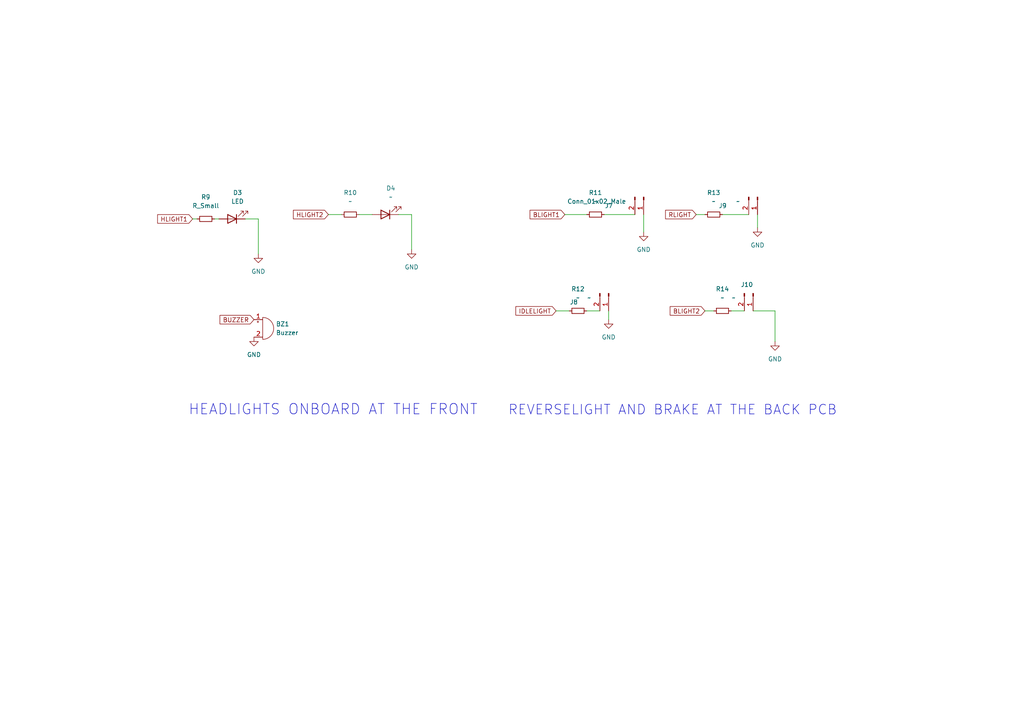
<source format=kicad_sch>
(kicad_sch (version 20211123) (generator eeschema)
  (paper "A4")
  (lib_symbols
    (symbol "Connector:Conn_01x02_Male" (pin_names (offset 1.016) hide)
      (property "Reference" "J" (at 0 2.54 0))
      (property "Value" "Conn_01x02_Male" (at 0 -5.08 0))
      (symbol "Conn_01x02_Male_1_1"
        (polyline (pts (xy 1.27 -2.54) (xy 0.8636 -2.54)) (stroke (width 0.1524)))
        (polyline (pts (xy 1.27 0) (xy 0.8636 0)) (stroke (width 0.1524)))
        (rectangle (start 0.8636 -2.413) (end 0 -2.667) (stroke (width 0.1524)) (fill (type outline)))
        (rectangle (start 0.8636 0.127) (end 0 -0.127) (stroke (width 0.1524)) (fill (type outline)))
        (pin passive line (at 5.08 0 180) (length 3.81) (name "Pin_1") (number "1"))
        (pin passive line (at 5.08 -2.54 180) (length 3.81) (name "Pin_2") (number "2"))
      )
    )
    (symbol "Device:Buzzer" (pin_names (offset 0.0254) hide)
      (property "Reference" "BZ" (at 3.81 1.27 0))
      (property "Value" "Buzzer" (at 3.81 -1.27 0))
      (symbol "Buzzer_0_1"
        (arc (start 0 -3.175) (mid 3.175 0) (end 0 3.175))
        (polyline (pts (xy -1.651 1.905) (xy -1.143 1.905)))
        (polyline (pts (xy -1.397 2.159) (xy -1.397 1.651)))
        (polyline (pts (xy 0 3.175) (xy 0 -3.175)))
      )
      (symbol "Buzzer_1_1"
        (pin passive line (at -2.54 2.54 0) (length 2.54) (name "-") (number "1"))
        (pin passive line (at -2.54 -2.54 0) (length 2.54) (name "+") (number "2"))
      )
    )
    (symbol "Device:LED" (pin_numbers hide) (pin_names (offset 1.016) hide)
      (property "Reference" "D" (at 0 2.54 0))
      (property "Value" "LED" (at 0 -2.54 0))
      (symbol "LED_0_1"
        (polyline (pts (xy -1.27 -1.27) (xy -1.27 1.27)) (stroke (width 0.254)))
        (polyline (pts (xy -1.27 0) (xy 1.27 0)))
        (polyline (pts (xy 1.27 -1.27) (xy 1.27 1.27) (xy -1.27 0) (xy 1.27 -1.27)) (stroke (width 0.254)))
        (polyline (pts (xy -3.048 -0.762) (xy -4.572 -2.286) (xy -3.81 -2.286) (xy -4.572 -2.286) (xy -4.572 -1.524)))
        (polyline (pts (xy -1.778 -0.762) (xy -3.302 -2.286) (xy -2.54 -2.286) (xy -3.302 -2.286) (xy -3.302 -1.524)))
      )
      (symbol "LED_1_1"
        (pin passive line (at -3.81 0 0) (length 2.54) (name "K") (number "1"))
        (pin passive line (at 3.81 0 180) (length 2.54) (name "A") (number "2"))
      )
    )
    (symbol "Device:R_Small" (pin_numbers hide) (pin_names (offset 0.254) hide)
      (property "Reference" "R" (at 0.762 0.508 0))
      (property "Value" "R_Small" (at 0.762 -1.016 0))
      (symbol "R_Small_0_1"
        (rectangle (start -0.762 1.778) (end 0.762 -1.778) (stroke (width 0.2032)))
      )
      (symbol "R_Small_1_1"
        (pin passive line (at 0 2.54 270) (length 0.762) (name "~") (number "1"))
        (pin passive line (at 0 -2.54 90) (length 0.762) (name "~") (number "2"))
      )
    )
    (symbol "power:GND" (power) (pin_names (offset 0))
      (property "Value" "GND" (at 0 -3.81 0))
      (symbol "GND_0_1"
        (polyline (pts (xy 0 0) (xy 0 -1.27) (xy 1.27 -1.27) (xy 0 -2.54) (xy -1.27 -1.27) (xy 0 -1.27)))
      )
      (symbol "GND_1_1"
        (pin power_in line (at 0 0 270) (length 0) hide (name "GND") (number "1"))
      )
    )
  )
  (wire (pts (xy 201.93 62.23) (xy 204.47 62.23)))
  (wire (pts (xy 119.38 62.23) (xy 119.38 72.39)))
  (wire (pts (xy 218.44 90.17) (xy 224.79 90.17)))
  (wire (pts (xy 212.09 90.17) (xy 215.9 90.17)))
  (wire (pts (xy 161.29 90.17) (xy 165.1 90.17)))
  (wire (pts (xy 219.71 62.23) (xy 219.71 66.04)))
  (wire (pts (xy 71.12 63.5) (xy 74.93 63.5)))
  (wire (pts (xy 186.69 67.31) (xy 186.69 62.23)))
  (wire (pts (xy 163.83 62.23) (xy 170.18 62.23)))
  (wire (pts (xy 55.88 63.5) (xy 57.15 63.5)))
  (wire (pts (xy 204.47 90.17) (xy 207.01 90.17)))
  (wire (pts (xy 176.53 92.71) (xy 176.53 90.17)))
  (wire (pts (xy 170.18 90.17) (xy 173.99 90.17)))
  (wire (pts (xy 209.55 62.23) (xy 217.17 62.23)))
  (wire (pts (xy 224.79 90.17) (xy 224.79 99.06)))
  (wire (pts (xy 175.26 62.23) (xy 184.15 62.23)))
  (wire (pts (xy 104.14 62.23) (xy 107.95 62.23)))
  (wire (pts (xy 74.93 63.5) (xy 74.93 73.66)))
  (wire (pts (xy 115.57 62.23) (xy 119.38 62.23)))
  (wire (pts (xy 62.23 63.5) (xy 63.5 63.5)))
  (wire (pts (xy 95.25 62.23) (xy 99.06 62.23)))
  (text "REVERSELIGHT AND BRAKE AT THE BACK PCB\n" (at 147.32 120.65 0) (effects (font (size 2.8 2.8)) (justify left bottom)))
  (text "HEADLIGHTS ONBOARD AT THE FRONT" (at 54.61 120.65 0) (effects (font (size 3 3)) (justify left bottom)))
  (global_label "RLIGHT" (shape input) (at 201.93 62.23 180) (property "Intersheet References" "${INTERSHEET_REFS}" (effects hide)))
  (global_label "HLIGHT1" (shape input) (at 55.88 63.5 180) (property "Intersheet References" "${INTERSHEET_REFS}" (effects hide)))
  (global_label "HLIGHT2" (shape input) (at 95.25 62.23 180) (property "Intersheet References" "${INTERSHEET_REFS}" (effects hide)))
  (global_label "BLIGHT2" (shape input) (at 204.47 90.17 180) (property "Intersheet References" "${INTERSHEET_REFS}" (effects hide)))
  (global_label "BUZZER" (shape input) (at 73.66 92.71 180) (property "Intersheet References" "${INTERSHEET_REFS}" (effects hide)))
  (global_label "IDLELIGHT" (shape input) (at 161.29 90.17 180) (property "Intersheet References" "${INTERSHEET_REFS}" (effects hide)))
  (global_label "BLIGHT1" (shape input) (at 163.83 62.23 180) (property "Intersheet References" "${INTERSHEET_REFS}" (effects hide)))
  (symbol (lib_id "power:GND") (at 224.79 99.06 0) (unit 1)
    (property "Reference" "#PWR0126" (effects hide))
    (property "Value" "~" (at 224.79 104.14 0))
  )
  (symbol (lib_id "Device:Buzzer") (at 76.2 95.25 0) (unit 1)
    (property "Reference" "BZ1" (at 80.01 93.9799 0) (effects (justify left)))
    (property "Value" "Buzzer" (at 80.01 96.5199 0) (effects (justify left)))
    (property "Footprint" "Buzzer_Beeper:MagneticBuzzer_Kingstate_KCG0601" (effects hide))
  )
  (symbol (lib_id "Device:R_Small") (at 172.72 62.23 90) (unit 1)
    (property "Reference" "R11" (at 172.72 55.88 90))
    (property "Value" "~" (at 172.72 58.42 90))
    (property "Footprint" "UserLibrary:R_Axial_DIN0207_L6.3mm_D2.5mm_P10.16mm_Horizontal" (effects hide))
  )
  (symbol (lib_id "Connector:Conn_01x02_Male") (at 219.71 57.15 270) (unit 1)
    (property "Reference" "J9" (at 210.82 59.69 90) (effects (justify right)))
    (property "Value" "~" (at 214.63 58.42 90) (effects (justify right)))
    (property "Footprint" "UserLibrary:JST_XH_B2B-XH-A_1x02_P2.50mm_Vertical" (effects hide))
  )
  (symbol (lib_id "Device:R_Small") (at 167.64 90.17 90) (unit 1)
    (property "Reference" "R12" (at 167.64 83.82 90))
    (property "Value" "~" (at 167.64 86.36 90))
    (property "Footprint" "UserLibrary:R_Axial_DIN0207_L6.3mm_D2.5mm_P10.16mm_Horizontal" (effects hide))
  )
  (symbol (lib_id "Device:R_Small") (at 209.55 90.17 90) (unit 1)
    (property "Reference" "R14" (at 209.55 83.82 90))
    (property "Value" "~" (at 209.55 86.36 90))
    (property "Footprint" "UserLibrary:R_Axial_DIN0207_L6.3mm_D2.5mm_P10.16mm_Horizontal" (effects hide))
  )
  (symbol (lib_id "power:GND") (at 119.38 72.39 0) (unit 1)
    (property "Reference" "#PWR0128" (effects hide))
    (property "Value" "GND" (at 119.38 77.47 0))
  )
  (symbol (lib_id "Connector:Conn_01x02_Male") (at 176.53 85.09 270) (unit 1)
    (property "Reference" "J8" (at 167.64 87.63 90) (effects (justify right)))
    (property "Value" "~" (at 171.45 86.36 90) (effects (justify right)))
    (property "Footprint" "UserLibrary:JST_XH_B2B-XH-A_1x02_P2.50mm_Vertical" (effects hide))
  )
  (symbol (lib_id "Device:R_Small") (at 207.01 62.23 90) (unit 1)
    (property "Reference" "R13" (at 207.01 55.88 90))
    (property "Value" "~" (at 207.01 58.42 90))
    (property "Footprint" "UserLibrary:R_Axial_DIN0207_L6.3mm_D2.5mm_P10.16mm_Horizontal" (effects hide))
  )
  (symbol (lib_id "Device:LED") (at 111.76 62.23 180) (unit 1)
    (property "Reference" "D4" (at 113.3475 54.61 0))
    (property "Value" "~" (at 113.3475 57.15 0))
    (property "Footprint" "LED_THT:LED_D5.0mm" (effects hide))
  )
  (symbol (lib_id "power:GND") (at 73.66 97.79 0) (unit 1)
    (property "Reference" "#PWR0106" (effects hide))
    (property "Value" "~" (at 73.66 102.87 0))
  )
  (symbol (lib_id "power:GND") (at 186.69 67.31 0) (unit 1)
    (property "Reference" "#PWR0129" (effects hide))
    (property "Value" "GND" (at 186.69 72.39 0))
  )
  (symbol (lib_id "power:GND") (at 219.71 66.04 0) (unit 1)
    (property "Reference" "#PWR0130" (effects hide))
    (property "Value" "~" (at 219.71 71.12 0))
  )
  (symbol (lib_id "Connector:Conn_01x02_Male") (at 186.69 57.15 270) (unit 1)
    (property "Reference" "J7" (at 177.8 59.69 90) (effects (justify right)))
    (property "Value" "Conn_01x02_Male" (at 181.61 58.42 90) (effects (justify right)))
    (property "Footprint" "UserLibrary:JST_XH_B2B-XH-A_1x02_P2.50mm_Vertical" (effects hide))
  )
  (symbol (lib_id "power:GND") (at 74.93 73.66 0) (unit 1)
    (property "Reference" "#PWR0125" (effects hide))
    (property "Value" "GND" (at 74.93 78.74 0))
  )
  (symbol (lib_id "Device:R_Small") (at 101.6 62.23 90) (unit 1)
    (property "Reference" "R10" (at 101.6 55.88 90))
    (property "Value" "~" (at 101.6 58.42 90))
    (property "Footprint" "UserLibrary:R_Axial_DIN0207_L6.3mm_D2.5mm_P10.16mm_Horizontal" (effects hide))
  )
  (symbol (lib_id "Device:R_Small") (at 59.69 63.5 90) (unit 1)
    (property "Reference" "R9" (at 59.69 57.15 90))
    (property "Value" "R_Small" (at 59.69 59.69 90))
    (property "Footprint" "UserLibrary:R_Axial_DIN0207_L6.3mm_D2.5mm_P10.16mm_Horizontal" (effects hide))
  )
  (symbol (lib_id "Device:LED") (at 67.31 63.5 180) (unit 1)
    (property "Reference" "D3" (at 68.8975 55.88 0))
    (property "Value" "LED" (at 68.8975 58.42 0))
    (property "Footprint" "LED_THT:LED_D5.0mm" (effects hide))
  )
  (symbol (lib_id "Connector:Conn_01x02_Male") (at 218.44 85.09 270) (unit 1)
    (property "Reference" "J10" (at 218.44 82.55 90) (effects (justify right)))
    (property "Value" "~" (at 213.36 86.36 90) (effects (justify right)))
    (property "Footprint" "UserLibrary:JST_XH_B2B-XH-A_1x02_P2.50mm_Vertical" (effects hide))
  )
  (symbol (lib_id "power:GND") (at 176.53 92.71 0) (unit 1)
    (property "Reference" "#PWR0119" (effects hide))
    (property "Value" "~" (at 176.53 97.79 0))
  )
)
</source>
